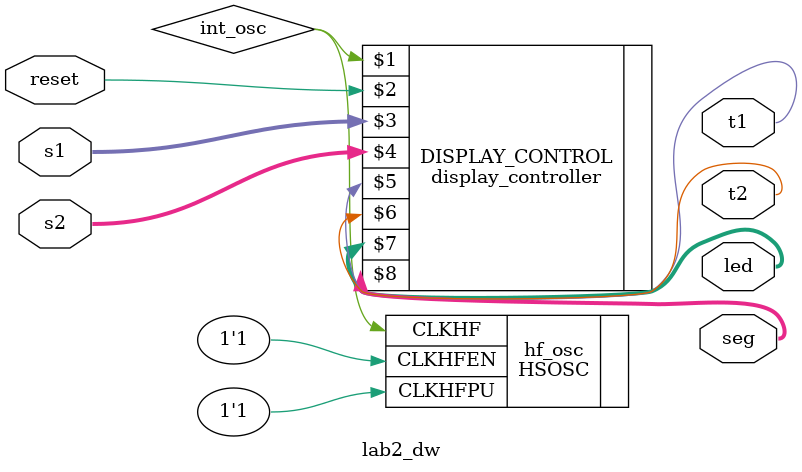
<source format=sv>
module lab2_dw(
	input  logic reset,
	input  logic [3:0] s1, s2,
	output logic       t1, t2,
	output logic [4:0] led,
	output logic [6:0] seg);
				
	logic int_osc;
	HSOSC #(.CLKHF_DIV(2'b01)) 
					hf_osc (.CLKHFPU(1'b1), .CLKHFEN(1'b1), .CLKHF(int_osc));
	display_controller DISPLAY_CONTROL(
		int_osc,
		reset,
		s1,
		s2,
		t1,
		t2,
		led,
		seg
	);			
	
	
endmodule

</source>
